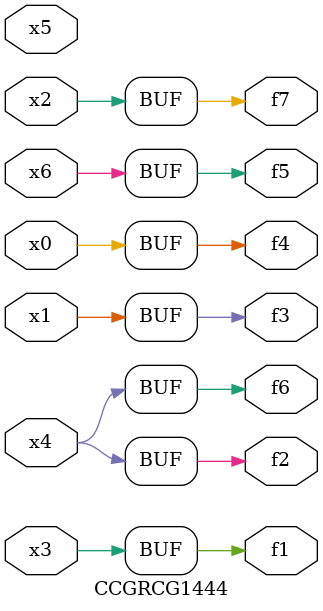
<source format=v>
module CCGRCG1444(
	input x0, x1, x2, x3, x4, x5, x6,
	output f1, f2, f3, f4, f5, f6, f7
);
	assign f1 = x3;
	assign f2 = x4;
	assign f3 = x1;
	assign f4 = x0;
	assign f5 = x6;
	assign f6 = x4;
	assign f7 = x2;
endmodule

</source>
